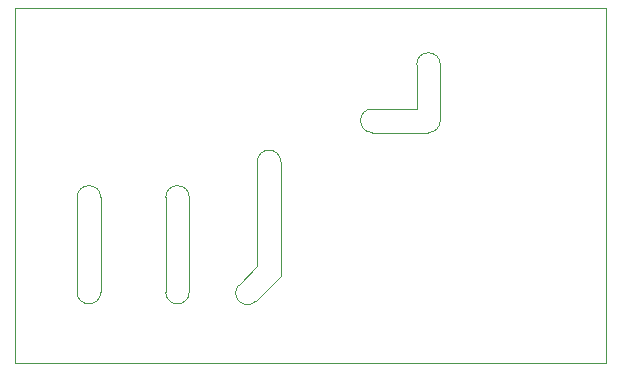
<source format=gm1>
G04 #@! TF.GenerationSoftware,KiCad,Pcbnew,5.1.5-52549c5~84~ubuntu18.04.1*
G04 #@! TF.CreationDate,2020-01-16T13:38:08+00:00*
G04 #@! TF.ProjectId,012-fx888d-repair,3031322d-6678-4383-9838-642d72657061,1*
G04 #@! TF.SameCoordinates,Original*
G04 #@! TF.FileFunction,Profile,NP*
%FSLAX46Y46*%
G04 Gerber Fmt 4.6, Leading zero omitted, Abs format (unit mm)*
G04 Created by KiCad (PCBNEW 5.1.5-52549c5~84~ubuntu18.04.1) date 2020-01-16 13:38:08*
%MOMM*%
%LPD*%
G04 APERTURE LIST*
%ADD10C,0.050000*%
G04 APERTURE END LIST*
D10*
X186000000Y-107500000D02*
G75*
G02X185000000Y-108500000I-1000000J0D01*
G01*
X180250000Y-108500000D02*
G75*
G02X180250000Y-106500000I0J1000000D01*
G01*
X184000000Y-102750000D02*
G75*
G02X186000000Y-102750000I1000000J0D01*
G01*
X185000000Y-108500000D02*
X180250000Y-108500000D01*
X186000000Y-102750000D02*
X186000000Y-107500000D01*
X184000000Y-106500000D02*
X184000000Y-102750000D01*
X180250000Y-106500000D02*
X184000000Y-106500000D01*
X155250000Y-114000000D02*
G75*
G02X157250000Y-114000000I1000000J0D01*
G01*
X155250000Y-118000000D02*
X155250000Y-122000000D01*
X155250000Y-118000000D02*
X155250000Y-114000000D01*
X157250000Y-122000000D02*
X157250000Y-114000000D01*
X157250000Y-122000000D02*
G75*
G02X155250000Y-122000000I-1000000J0D01*
G01*
X170378680Y-122785534D02*
X172498680Y-120665534D01*
X170498680Y-119835534D02*
X168964466Y-121371320D01*
X170378680Y-122785534D02*
G75*
G02X168964466Y-121371320I-707107J707107D01*
G01*
X170500000Y-111000000D02*
G75*
G02X172500000Y-111000000I1000000J0D01*
G01*
X170500000Y-115000000D02*
X170500000Y-119835534D01*
X170500000Y-115000000D02*
X170500000Y-111000000D01*
X172500000Y-120665534D02*
X172500000Y-111000000D01*
X164750000Y-122000000D02*
G75*
G02X162750000Y-122000000I-1000000J0D01*
G01*
X162750000Y-114000000D02*
G75*
G02X164750000Y-114000000I1000000J0D01*
G01*
X164750000Y-122000000D02*
X164750000Y-114000000D01*
X162750000Y-118000000D02*
X162750000Y-122000000D01*
X162750000Y-118000000D02*
X162750000Y-114000000D01*
X150000000Y-128000000D02*
X150000000Y-98000000D01*
X200000000Y-128000000D02*
X150000000Y-128000000D01*
X200000000Y-98000000D02*
X200000000Y-128000000D01*
X150000000Y-98000000D02*
X200000000Y-98000000D01*
M02*

</source>
